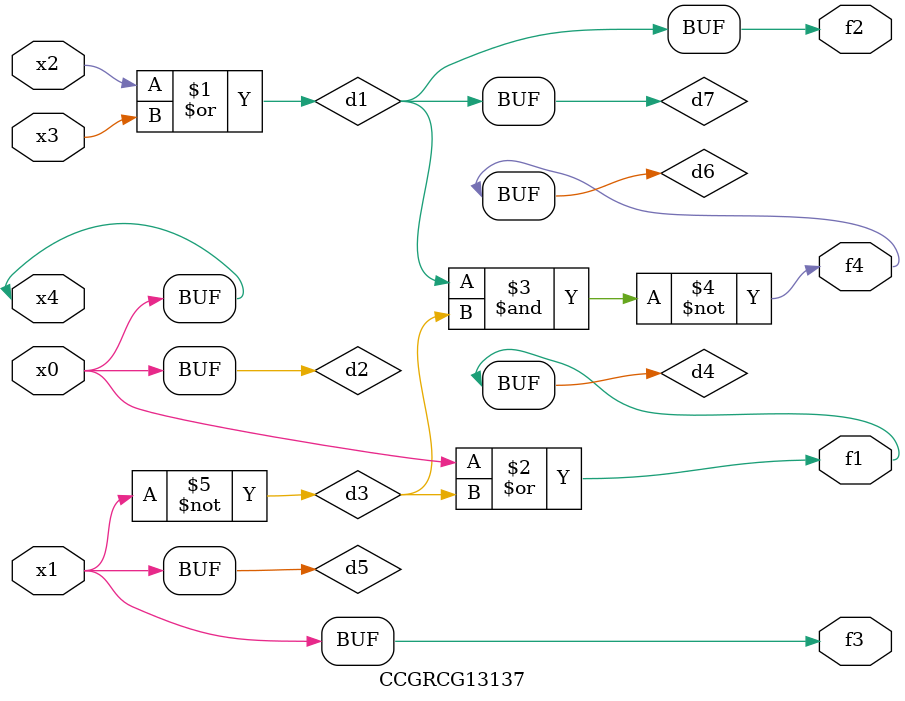
<source format=v>
module CCGRCG13137(
	input x0, x1, x2, x3, x4,
	output f1, f2, f3, f4
);

	wire d1, d2, d3, d4, d5, d6, d7;

	or (d1, x2, x3);
	buf (d2, x0, x4);
	not (d3, x1);
	or (d4, d2, d3);
	not (d5, d3);
	nand (d6, d1, d3);
	or (d7, d1);
	assign f1 = d4;
	assign f2 = d7;
	assign f3 = d5;
	assign f4 = d6;
endmodule

</source>
